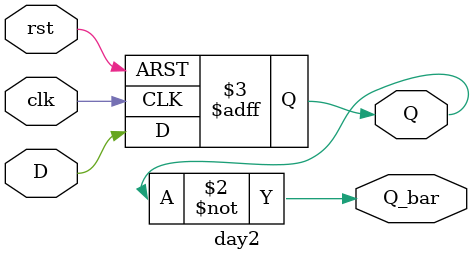
<source format=v>
module day2(
    input   clk,
    input   D,
    input   rst,
    output  reg Q,
    output  Q_bar
);
    always @(posedge clk or posedge rst) begin
        if(rst)
            Q <= 0;
        else
            Q <= D;
    end

    assign Q_bar = ~Q;

endmodule
</source>
